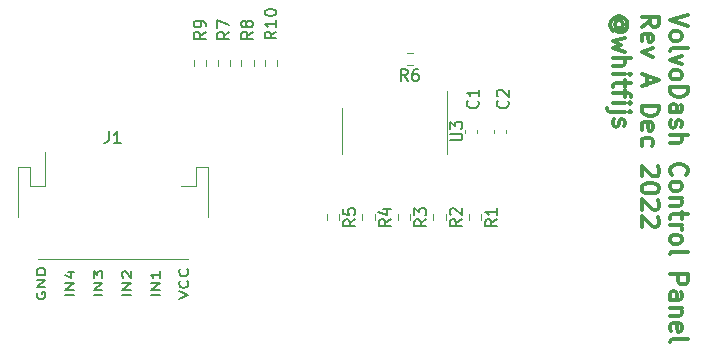
<source format=gto>
%TF.GenerationSoftware,KiCad,Pcbnew,6.0.10-86aedd382b~118~ubuntu20.04.1*%
%TF.CreationDate,2023-01-03T11:24:15-05:00*%
%TF.ProjectId,touch_panel,746f7563-685f-4706-916e-656c2e6b6963,rev?*%
%TF.SameCoordinates,Original*%
%TF.FileFunction,Legend,Top*%
%TF.FilePolarity,Positive*%
%FSLAX46Y46*%
G04 Gerber Fmt 4.6, Leading zero omitted, Abs format (unit mm)*
G04 Created by KiCad (PCBNEW 6.0.10-86aedd382b~118~ubuntu20.04.1) date 2023-01-03 11:24:15*
%MOMM*%
%LPD*%
G01*
G04 APERTURE LIST*
%ADD10C,0.300000*%
%ADD11C,0.187500*%
%ADD12C,0.150000*%
%ADD13C,0.120000*%
G04 APERTURE END LIST*
D10*
X180274428Y-77553857D02*
X178774428Y-78053857D01*
X180274428Y-78553857D01*
X178774428Y-79268142D02*
X178845857Y-79125285D01*
X178917285Y-79053857D01*
X179060142Y-78982428D01*
X179488714Y-78982428D01*
X179631571Y-79053857D01*
X179703000Y-79125285D01*
X179774428Y-79268142D01*
X179774428Y-79482428D01*
X179703000Y-79625285D01*
X179631571Y-79696714D01*
X179488714Y-79768142D01*
X179060142Y-79768142D01*
X178917285Y-79696714D01*
X178845857Y-79625285D01*
X178774428Y-79482428D01*
X178774428Y-79268142D01*
X178774428Y-80625285D02*
X178845857Y-80482428D01*
X178988714Y-80411000D01*
X180274428Y-80411000D01*
X179774428Y-81053857D02*
X178774428Y-81411000D01*
X179774428Y-81768142D01*
X178774428Y-82553857D02*
X178845857Y-82411000D01*
X178917285Y-82339571D01*
X179060142Y-82268142D01*
X179488714Y-82268142D01*
X179631571Y-82339571D01*
X179703000Y-82411000D01*
X179774428Y-82553857D01*
X179774428Y-82768142D01*
X179703000Y-82911000D01*
X179631571Y-82982428D01*
X179488714Y-83053857D01*
X179060142Y-83053857D01*
X178917285Y-82982428D01*
X178845857Y-82911000D01*
X178774428Y-82768142D01*
X178774428Y-82553857D01*
X178774428Y-83696714D02*
X180274428Y-83696714D01*
X180274428Y-84053857D01*
X180203000Y-84268142D01*
X180060142Y-84411000D01*
X179917285Y-84482428D01*
X179631571Y-84553857D01*
X179417285Y-84553857D01*
X179131571Y-84482428D01*
X178988714Y-84411000D01*
X178845857Y-84268142D01*
X178774428Y-84053857D01*
X178774428Y-83696714D01*
X178774428Y-85839571D02*
X179560142Y-85839571D01*
X179703000Y-85768142D01*
X179774428Y-85625285D01*
X179774428Y-85339571D01*
X179703000Y-85196714D01*
X178845857Y-85839571D02*
X178774428Y-85696714D01*
X178774428Y-85339571D01*
X178845857Y-85196714D01*
X178988714Y-85125285D01*
X179131571Y-85125285D01*
X179274428Y-85196714D01*
X179345857Y-85339571D01*
X179345857Y-85696714D01*
X179417285Y-85839571D01*
X178845857Y-86482428D02*
X178774428Y-86625285D01*
X178774428Y-86911000D01*
X178845857Y-87053857D01*
X178988714Y-87125285D01*
X179060142Y-87125285D01*
X179203000Y-87053857D01*
X179274428Y-86911000D01*
X179274428Y-86696714D01*
X179345857Y-86553857D01*
X179488714Y-86482428D01*
X179560142Y-86482428D01*
X179703000Y-86553857D01*
X179774428Y-86696714D01*
X179774428Y-86911000D01*
X179703000Y-87053857D01*
X178774428Y-87768142D02*
X180274428Y-87768142D01*
X178774428Y-88411000D02*
X179560142Y-88411000D01*
X179703000Y-88339571D01*
X179774428Y-88196714D01*
X179774428Y-87982428D01*
X179703000Y-87839571D01*
X179631571Y-87768142D01*
X178917285Y-91125285D02*
X178845857Y-91053857D01*
X178774428Y-90839571D01*
X178774428Y-90696714D01*
X178845857Y-90482428D01*
X178988714Y-90339571D01*
X179131571Y-90268142D01*
X179417285Y-90196714D01*
X179631571Y-90196714D01*
X179917285Y-90268142D01*
X180060142Y-90339571D01*
X180203000Y-90482428D01*
X180274428Y-90696714D01*
X180274428Y-90839571D01*
X180203000Y-91053857D01*
X180131571Y-91125285D01*
X178774428Y-91982428D02*
X178845857Y-91839571D01*
X178917285Y-91768142D01*
X179060142Y-91696714D01*
X179488714Y-91696714D01*
X179631571Y-91768142D01*
X179703000Y-91839571D01*
X179774428Y-91982428D01*
X179774428Y-92196714D01*
X179703000Y-92339571D01*
X179631571Y-92411000D01*
X179488714Y-92482428D01*
X179060142Y-92482428D01*
X178917285Y-92411000D01*
X178845857Y-92339571D01*
X178774428Y-92196714D01*
X178774428Y-91982428D01*
X179774428Y-93125285D02*
X178774428Y-93125285D01*
X179631571Y-93125285D02*
X179703000Y-93196714D01*
X179774428Y-93339571D01*
X179774428Y-93553857D01*
X179703000Y-93696714D01*
X179560142Y-93768142D01*
X178774428Y-93768142D01*
X179774428Y-94268142D02*
X179774428Y-94839571D01*
X180274428Y-94482428D02*
X178988714Y-94482428D01*
X178845857Y-94553857D01*
X178774428Y-94696714D01*
X178774428Y-94839571D01*
X178774428Y-95339571D02*
X179774428Y-95339571D01*
X179488714Y-95339571D02*
X179631571Y-95411000D01*
X179703000Y-95482428D01*
X179774428Y-95625285D01*
X179774428Y-95768142D01*
X178774428Y-96482428D02*
X178845857Y-96339571D01*
X178917285Y-96268142D01*
X179060142Y-96196714D01*
X179488714Y-96196714D01*
X179631571Y-96268142D01*
X179703000Y-96339571D01*
X179774428Y-96482428D01*
X179774428Y-96696714D01*
X179703000Y-96839571D01*
X179631571Y-96911000D01*
X179488714Y-96982428D01*
X179060142Y-96982428D01*
X178917285Y-96911000D01*
X178845857Y-96839571D01*
X178774428Y-96696714D01*
X178774428Y-96482428D01*
X178774428Y-97839571D02*
X178845857Y-97696714D01*
X178988714Y-97625285D01*
X180274428Y-97625285D01*
X178774428Y-99553857D02*
X180274428Y-99553857D01*
X180274428Y-100125285D01*
X180203000Y-100268142D01*
X180131571Y-100339571D01*
X179988714Y-100411000D01*
X179774428Y-100411000D01*
X179631571Y-100339571D01*
X179560142Y-100268142D01*
X179488714Y-100125285D01*
X179488714Y-99553857D01*
X178774428Y-101696714D02*
X179560142Y-101696714D01*
X179703000Y-101625285D01*
X179774428Y-101482428D01*
X179774428Y-101196714D01*
X179703000Y-101053857D01*
X178845857Y-101696714D02*
X178774428Y-101553857D01*
X178774428Y-101196714D01*
X178845857Y-101053857D01*
X178988714Y-100982428D01*
X179131571Y-100982428D01*
X179274428Y-101053857D01*
X179345857Y-101196714D01*
X179345857Y-101553857D01*
X179417285Y-101696714D01*
X179774428Y-102411000D02*
X178774428Y-102411000D01*
X179631571Y-102411000D02*
X179703000Y-102482428D01*
X179774428Y-102625285D01*
X179774428Y-102839571D01*
X179703000Y-102982428D01*
X179560142Y-103053857D01*
X178774428Y-103053857D01*
X178845857Y-104339571D02*
X178774428Y-104196714D01*
X178774428Y-103911000D01*
X178845857Y-103768142D01*
X178988714Y-103696714D01*
X179560142Y-103696714D01*
X179703000Y-103768142D01*
X179774428Y-103911000D01*
X179774428Y-104196714D01*
X179703000Y-104339571D01*
X179560142Y-104411000D01*
X179417285Y-104411000D01*
X179274428Y-103696714D01*
X178774428Y-105268142D02*
X178845857Y-105125285D01*
X178988714Y-105053857D01*
X180274428Y-105053857D01*
X176359428Y-78625285D02*
X177073714Y-78125285D01*
X176359428Y-77768142D02*
X177859428Y-77768142D01*
X177859428Y-78339571D01*
X177788000Y-78482428D01*
X177716571Y-78553857D01*
X177573714Y-78625285D01*
X177359428Y-78625285D01*
X177216571Y-78553857D01*
X177145142Y-78482428D01*
X177073714Y-78339571D01*
X177073714Y-77768142D01*
X176430857Y-79839571D02*
X176359428Y-79696714D01*
X176359428Y-79411000D01*
X176430857Y-79268142D01*
X176573714Y-79196714D01*
X177145142Y-79196714D01*
X177288000Y-79268142D01*
X177359428Y-79411000D01*
X177359428Y-79696714D01*
X177288000Y-79839571D01*
X177145142Y-79911000D01*
X177002285Y-79911000D01*
X176859428Y-79196714D01*
X177359428Y-80411000D02*
X176359428Y-80768142D01*
X177359428Y-81125285D01*
X176788000Y-82768142D02*
X176788000Y-83482428D01*
X176359428Y-82625285D02*
X177859428Y-83125285D01*
X176359428Y-83625285D01*
X176359428Y-85268142D02*
X177859428Y-85268142D01*
X177859428Y-85625285D01*
X177788000Y-85839571D01*
X177645142Y-85982428D01*
X177502285Y-86053857D01*
X177216571Y-86125285D01*
X177002285Y-86125285D01*
X176716571Y-86053857D01*
X176573714Y-85982428D01*
X176430857Y-85839571D01*
X176359428Y-85625285D01*
X176359428Y-85268142D01*
X176430857Y-87339571D02*
X176359428Y-87196714D01*
X176359428Y-86911000D01*
X176430857Y-86768142D01*
X176573714Y-86696714D01*
X177145142Y-86696714D01*
X177288000Y-86768142D01*
X177359428Y-86911000D01*
X177359428Y-87196714D01*
X177288000Y-87339571D01*
X177145142Y-87411000D01*
X177002285Y-87411000D01*
X176859428Y-86696714D01*
X176430857Y-88696714D02*
X176359428Y-88553857D01*
X176359428Y-88268142D01*
X176430857Y-88125285D01*
X176502285Y-88053857D01*
X176645142Y-87982428D01*
X177073714Y-87982428D01*
X177216571Y-88053857D01*
X177288000Y-88125285D01*
X177359428Y-88268142D01*
X177359428Y-88553857D01*
X177288000Y-88696714D01*
X177716571Y-90411000D02*
X177788000Y-90482428D01*
X177859428Y-90625285D01*
X177859428Y-90982428D01*
X177788000Y-91125285D01*
X177716571Y-91196714D01*
X177573714Y-91268142D01*
X177430857Y-91268142D01*
X177216571Y-91196714D01*
X176359428Y-90339571D01*
X176359428Y-91268142D01*
X177859428Y-92196714D02*
X177859428Y-92339571D01*
X177788000Y-92482428D01*
X177716571Y-92553857D01*
X177573714Y-92625285D01*
X177288000Y-92696714D01*
X176930857Y-92696714D01*
X176645142Y-92625285D01*
X176502285Y-92553857D01*
X176430857Y-92482428D01*
X176359428Y-92339571D01*
X176359428Y-92196714D01*
X176430857Y-92053857D01*
X176502285Y-91982428D01*
X176645142Y-91911000D01*
X176930857Y-91839571D01*
X177288000Y-91839571D01*
X177573714Y-91911000D01*
X177716571Y-91982428D01*
X177788000Y-92053857D01*
X177859428Y-92196714D01*
X177716571Y-93268142D02*
X177788000Y-93339571D01*
X177859428Y-93482428D01*
X177859428Y-93839571D01*
X177788000Y-93982428D01*
X177716571Y-94053857D01*
X177573714Y-94125285D01*
X177430857Y-94125285D01*
X177216571Y-94053857D01*
X176359428Y-93196714D01*
X176359428Y-94125285D01*
X177716571Y-94696714D02*
X177788000Y-94768142D01*
X177859428Y-94911000D01*
X177859428Y-95268142D01*
X177788000Y-95411000D01*
X177716571Y-95482428D01*
X177573714Y-95553857D01*
X177430857Y-95553857D01*
X177216571Y-95482428D01*
X176359428Y-94625285D01*
X176359428Y-95553857D01*
X174658714Y-78696714D02*
X174730142Y-78625285D01*
X174801571Y-78482428D01*
X174801571Y-78339571D01*
X174730142Y-78196714D01*
X174658714Y-78125285D01*
X174515857Y-78053857D01*
X174373000Y-78053857D01*
X174230142Y-78125285D01*
X174158714Y-78196714D01*
X174087285Y-78339571D01*
X174087285Y-78482428D01*
X174158714Y-78625285D01*
X174230142Y-78696714D01*
X174801571Y-78696714D02*
X174230142Y-78696714D01*
X174158714Y-78768142D01*
X174158714Y-78839571D01*
X174230142Y-78982428D01*
X174373000Y-79053857D01*
X174730142Y-79053857D01*
X174944428Y-78911000D01*
X175087285Y-78696714D01*
X175158714Y-78411000D01*
X175087285Y-78125285D01*
X174944428Y-77911000D01*
X174730142Y-77768142D01*
X174444428Y-77696714D01*
X174158714Y-77768142D01*
X173944428Y-77911000D01*
X173801571Y-78125285D01*
X173730142Y-78411000D01*
X173801571Y-78696714D01*
X173944428Y-78911000D01*
X174944428Y-79553857D02*
X173944428Y-79839571D01*
X174658714Y-80125285D01*
X173944428Y-80411000D01*
X174944428Y-80696714D01*
X173944428Y-81268142D02*
X175444428Y-81268142D01*
X173944428Y-81911000D02*
X174730142Y-81911000D01*
X174873000Y-81839571D01*
X174944428Y-81696714D01*
X174944428Y-81482428D01*
X174873000Y-81339571D01*
X174801571Y-81268142D01*
X173944428Y-82625285D02*
X174944428Y-82625285D01*
X175444428Y-82625285D02*
X175373000Y-82553857D01*
X175301571Y-82625285D01*
X175373000Y-82696714D01*
X175444428Y-82625285D01*
X175301571Y-82625285D01*
X174944428Y-83125285D02*
X174944428Y-83696714D01*
X175444428Y-83339571D02*
X174158714Y-83339571D01*
X174015857Y-83411000D01*
X173944428Y-83553857D01*
X173944428Y-83696714D01*
X174944428Y-83982428D02*
X174944428Y-84553857D01*
X173944428Y-84196714D02*
X175230142Y-84196714D01*
X175373000Y-84268142D01*
X175444428Y-84411000D01*
X175444428Y-84553857D01*
X173944428Y-85053857D02*
X174944428Y-85053857D01*
X175444428Y-85053857D02*
X175373000Y-84982428D01*
X175301571Y-85053857D01*
X175373000Y-85125285D01*
X175444428Y-85053857D01*
X175301571Y-85053857D01*
X174944428Y-85768142D02*
X173658714Y-85768142D01*
X173515857Y-85696714D01*
X173444428Y-85553857D01*
X173444428Y-85482428D01*
X175444428Y-85768142D02*
X175373000Y-85696714D01*
X175301571Y-85768142D01*
X175373000Y-85839571D01*
X175444428Y-85768142D01*
X175301571Y-85768142D01*
X174015857Y-86411000D02*
X173944428Y-86553857D01*
X173944428Y-86839571D01*
X174015857Y-86982428D01*
X174158714Y-87053857D01*
X174230142Y-87053857D01*
X174373000Y-86982428D01*
X174444428Y-86839571D01*
X174444428Y-86625285D01*
X174515857Y-86482428D01*
X174658714Y-86411000D01*
X174730142Y-86411000D01*
X174873000Y-86482428D01*
X174944428Y-86625285D01*
X174944428Y-86839571D01*
X174873000Y-86982428D01*
D11*
X125175500Y-101091904D02*
X125139785Y-101187142D01*
X125139785Y-101330000D01*
X125175500Y-101472857D01*
X125246928Y-101568095D01*
X125318357Y-101615714D01*
X125461214Y-101663333D01*
X125568357Y-101663333D01*
X125711214Y-101615714D01*
X125782642Y-101568095D01*
X125854071Y-101472857D01*
X125889785Y-101330000D01*
X125889785Y-101234761D01*
X125854071Y-101091904D01*
X125818357Y-101044285D01*
X125568357Y-101044285D01*
X125568357Y-101234761D01*
X125889785Y-100615714D02*
X125139785Y-100615714D01*
X125889785Y-100044285D01*
X125139785Y-100044285D01*
X125889785Y-99568095D02*
X125139785Y-99568095D01*
X125139785Y-99330000D01*
X125175500Y-99187142D01*
X125246928Y-99091904D01*
X125318357Y-99044285D01*
X125461214Y-98996666D01*
X125568357Y-98996666D01*
X125711214Y-99044285D01*
X125782642Y-99091904D01*
X125854071Y-99187142D01*
X125889785Y-99330000D01*
X125889785Y-99568095D01*
X128304785Y-101330000D02*
X127554785Y-101330000D01*
X128304785Y-100853809D02*
X127554785Y-100853809D01*
X128304785Y-100282380D01*
X127554785Y-100282380D01*
X127804785Y-99377619D02*
X128304785Y-99377619D01*
X127519071Y-99615714D02*
X128054785Y-99853809D01*
X128054785Y-99234761D01*
X130719785Y-101330000D02*
X129969785Y-101330000D01*
X130719785Y-100853809D02*
X129969785Y-100853809D01*
X130719785Y-100282380D01*
X129969785Y-100282380D01*
X129969785Y-99901428D02*
X129969785Y-99282380D01*
X130255500Y-99615714D01*
X130255500Y-99472857D01*
X130291214Y-99377619D01*
X130326928Y-99330000D01*
X130398357Y-99282380D01*
X130576928Y-99282380D01*
X130648357Y-99330000D01*
X130684071Y-99377619D01*
X130719785Y-99472857D01*
X130719785Y-99758571D01*
X130684071Y-99853809D01*
X130648357Y-99901428D01*
X133134785Y-101330000D02*
X132384785Y-101330000D01*
X133134785Y-100853809D02*
X132384785Y-100853809D01*
X133134785Y-100282380D01*
X132384785Y-100282380D01*
X132456214Y-99853809D02*
X132420500Y-99806190D01*
X132384785Y-99710952D01*
X132384785Y-99472857D01*
X132420500Y-99377619D01*
X132456214Y-99330000D01*
X132527642Y-99282380D01*
X132599071Y-99282380D01*
X132706214Y-99330000D01*
X133134785Y-99901428D01*
X133134785Y-99282380D01*
X135549785Y-101330000D02*
X134799785Y-101330000D01*
X135549785Y-100853809D02*
X134799785Y-100853809D01*
X135549785Y-100282380D01*
X134799785Y-100282380D01*
X135549785Y-99282380D02*
X135549785Y-99853809D01*
X135549785Y-99568095D02*
X134799785Y-99568095D01*
X134906928Y-99663333D01*
X134978357Y-99758571D01*
X135014071Y-99853809D01*
X137214785Y-101663333D02*
X137964785Y-101330000D01*
X137214785Y-100996666D01*
X137893357Y-100091904D02*
X137929071Y-100139523D01*
X137964785Y-100282380D01*
X137964785Y-100377619D01*
X137929071Y-100520476D01*
X137857642Y-100615714D01*
X137786214Y-100663333D01*
X137643357Y-100710952D01*
X137536214Y-100710952D01*
X137393357Y-100663333D01*
X137321928Y-100615714D01*
X137250500Y-100520476D01*
X137214785Y-100377619D01*
X137214785Y-100282380D01*
X137250500Y-100139523D01*
X137286214Y-100091904D01*
X137893357Y-99091904D02*
X137929071Y-99139523D01*
X137964785Y-99282380D01*
X137964785Y-99377619D01*
X137929071Y-99520476D01*
X137857642Y-99615714D01*
X137786214Y-99663333D01*
X137643357Y-99710952D01*
X137536214Y-99710952D01*
X137393357Y-99663333D01*
X137321928Y-99615714D01*
X137250500Y-99520476D01*
X137214785Y-99377619D01*
X137214785Y-99282380D01*
X137250500Y-99139523D01*
X137286214Y-99091904D01*
D12*
%TO.C,R5*%
X152126380Y-94901166D02*
X151650190Y-95234500D01*
X152126380Y-95472595D02*
X151126380Y-95472595D01*
X151126380Y-95091642D01*
X151174000Y-94996404D01*
X151221619Y-94948785D01*
X151316857Y-94901166D01*
X151459714Y-94901166D01*
X151554952Y-94948785D01*
X151602571Y-94996404D01*
X151650190Y-95091642D01*
X151650190Y-95472595D01*
X151126380Y-93996404D02*
X151126380Y-94472595D01*
X151602571Y-94520214D01*
X151554952Y-94472595D01*
X151507333Y-94377357D01*
X151507333Y-94139261D01*
X151554952Y-94044023D01*
X151602571Y-93996404D01*
X151697809Y-93948785D01*
X151935904Y-93948785D01*
X152031142Y-93996404D01*
X152078761Y-94044023D01*
X152126380Y-94139261D01*
X152126380Y-94377357D01*
X152078761Y-94472595D01*
X152031142Y-94520214D01*
%TO.C,U3*%
X160180380Y-88202904D02*
X160989904Y-88202904D01*
X161085142Y-88155285D01*
X161132761Y-88107666D01*
X161180380Y-88012428D01*
X161180380Y-87821952D01*
X161132761Y-87726714D01*
X161085142Y-87679095D01*
X160989904Y-87631476D01*
X160180380Y-87631476D01*
X160180380Y-87250523D02*
X160180380Y-86631476D01*
X160561333Y-86964809D01*
X160561333Y-86821952D01*
X160608952Y-86726714D01*
X160656571Y-86679095D01*
X160751809Y-86631476D01*
X160989904Y-86631476D01*
X161085142Y-86679095D01*
X161132761Y-86726714D01*
X161180380Y-86821952D01*
X161180380Y-87107666D01*
X161132761Y-87202904D01*
X161085142Y-87250523D01*
%TO.C,R10*%
X145452380Y-78997357D02*
X144976190Y-79330690D01*
X145452380Y-79568785D02*
X144452380Y-79568785D01*
X144452380Y-79187833D01*
X144500000Y-79092595D01*
X144547619Y-79044976D01*
X144642857Y-78997357D01*
X144785714Y-78997357D01*
X144880952Y-79044976D01*
X144928571Y-79092595D01*
X144976190Y-79187833D01*
X144976190Y-79568785D01*
X145452380Y-78044976D02*
X145452380Y-78616404D01*
X145452380Y-78330690D02*
X144452380Y-78330690D01*
X144595238Y-78425928D01*
X144690476Y-78521166D01*
X144738095Y-78616404D01*
X144452380Y-77425928D02*
X144452380Y-77330690D01*
X144500000Y-77235452D01*
X144547619Y-77187833D01*
X144642857Y-77140214D01*
X144833333Y-77092595D01*
X145071428Y-77092595D01*
X145261904Y-77140214D01*
X145357142Y-77187833D01*
X145404761Y-77235452D01*
X145452380Y-77330690D01*
X145452380Y-77425928D01*
X145404761Y-77521166D01*
X145357142Y-77568785D01*
X145261904Y-77616404D01*
X145071428Y-77664023D01*
X144833333Y-77664023D01*
X144642857Y-77616404D01*
X144547619Y-77568785D01*
X144500000Y-77521166D01*
X144452380Y-77425928D01*
%TO.C,R1*%
X164126380Y-94901166D02*
X163650190Y-95234500D01*
X164126380Y-95472595D02*
X163126380Y-95472595D01*
X163126380Y-95091642D01*
X163174000Y-94996404D01*
X163221619Y-94948785D01*
X163316857Y-94901166D01*
X163459714Y-94901166D01*
X163554952Y-94948785D01*
X163602571Y-94996404D01*
X163650190Y-95091642D01*
X163650190Y-95472595D01*
X164126380Y-93948785D02*
X164126380Y-94520214D01*
X164126380Y-94234500D02*
X163126380Y-94234500D01*
X163269238Y-94329738D01*
X163364476Y-94424976D01*
X163412095Y-94520214D01*
%TO.C,R6*%
X156551333Y-83178880D02*
X156218000Y-82702690D01*
X155979904Y-83178880D02*
X155979904Y-82178880D01*
X156360857Y-82178880D01*
X156456095Y-82226500D01*
X156503714Y-82274119D01*
X156551333Y-82369357D01*
X156551333Y-82512214D01*
X156503714Y-82607452D01*
X156456095Y-82655071D01*
X156360857Y-82702690D01*
X155979904Y-82702690D01*
X157408476Y-82178880D02*
X157218000Y-82178880D01*
X157122761Y-82226500D01*
X157075142Y-82274119D01*
X156979904Y-82416976D01*
X156932285Y-82607452D01*
X156932285Y-82988404D01*
X156979904Y-83083642D01*
X157027523Y-83131261D01*
X157122761Y-83178880D01*
X157313238Y-83178880D01*
X157408476Y-83131261D01*
X157456095Y-83083642D01*
X157503714Y-82988404D01*
X157503714Y-82750309D01*
X157456095Y-82655071D01*
X157408476Y-82607452D01*
X157313238Y-82559833D01*
X157122761Y-82559833D01*
X157027523Y-82607452D01*
X156979904Y-82655071D01*
X156932285Y-82750309D01*
%TO.C,R9*%
X139452380Y-79029166D02*
X138976190Y-79362500D01*
X139452380Y-79600595D02*
X138452380Y-79600595D01*
X138452380Y-79219642D01*
X138500000Y-79124404D01*
X138547619Y-79076785D01*
X138642857Y-79029166D01*
X138785714Y-79029166D01*
X138880952Y-79076785D01*
X138928571Y-79124404D01*
X138976190Y-79219642D01*
X138976190Y-79600595D01*
X139452380Y-78552976D02*
X139452380Y-78362500D01*
X139404761Y-78267261D01*
X139357142Y-78219642D01*
X139214285Y-78124404D01*
X139023809Y-78076785D01*
X138642857Y-78076785D01*
X138547619Y-78124404D01*
X138500000Y-78172023D01*
X138452380Y-78267261D01*
X138452380Y-78457738D01*
X138500000Y-78552976D01*
X138547619Y-78600595D01*
X138642857Y-78648214D01*
X138880952Y-78648214D01*
X138976190Y-78600595D01*
X139023809Y-78552976D01*
X139071428Y-78457738D01*
X139071428Y-78267261D01*
X139023809Y-78172023D01*
X138976190Y-78124404D01*
X138880952Y-78076785D01*
%TO.C,R4*%
X155126380Y-94901166D02*
X154650190Y-95234500D01*
X155126380Y-95472595D02*
X154126380Y-95472595D01*
X154126380Y-95091642D01*
X154174000Y-94996404D01*
X154221619Y-94948785D01*
X154316857Y-94901166D01*
X154459714Y-94901166D01*
X154554952Y-94948785D01*
X154602571Y-94996404D01*
X154650190Y-95091642D01*
X154650190Y-95472595D01*
X154459714Y-94044023D02*
X155126380Y-94044023D01*
X154078761Y-94282119D02*
X154793047Y-94520214D01*
X154793047Y-93901166D01*
%TO.C,R3*%
X158126380Y-94901166D02*
X157650190Y-95234500D01*
X158126380Y-95472595D02*
X157126380Y-95472595D01*
X157126380Y-95091642D01*
X157174000Y-94996404D01*
X157221619Y-94948785D01*
X157316857Y-94901166D01*
X157459714Y-94901166D01*
X157554952Y-94948785D01*
X157602571Y-94996404D01*
X157650190Y-95091642D01*
X157650190Y-95472595D01*
X157126380Y-94567833D02*
X157126380Y-93948785D01*
X157507333Y-94282119D01*
X157507333Y-94139261D01*
X157554952Y-94044023D01*
X157602571Y-93996404D01*
X157697809Y-93948785D01*
X157935904Y-93948785D01*
X158031142Y-93996404D01*
X158078761Y-94044023D01*
X158126380Y-94139261D01*
X158126380Y-94424976D01*
X158078761Y-94520214D01*
X158031142Y-94567833D01*
%TO.C,C2*%
X165019142Y-84871166D02*
X165066761Y-84918785D01*
X165114380Y-85061642D01*
X165114380Y-85156880D01*
X165066761Y-85299738D01*
X164971523Y-85394976D01*
X164876285Y-85442595D01*
X164685809Y-85490214D01*
X164542952Y-85490214D01*
X164352476Y-85442595D01*
X164257238Y-85394976D01*
X164162000Y-85299738D01*
X164114380Y-85156880D01*
X164114380Y-85061642D01*
X164162000Y-84918785D01*
X164209619Y-84871166D01*
X164209619Y-84490214D02*
X164162000Y-84442595D01*
X164114380Y-84347357D01*
X164114380Y-84109261D01*
X164162000Y-84014023D01*
X164209619Y-83966404D01*
X164304857Y-83918785D01*
X164400095Y-83918785D01*
X164542952Y-83966404D01*
X165114380Y-84537833D01*
X165114380Y-83918785D01*
%TO.C,R8*%
X143452380Y-79029166D02*
X142976190Y-79362500D01*
X143452380Y-79600595D02*
X142452380Y-79600595D01*
X142452380Y-79219642D01*
X142500000Y-79124404D01*
X142547619Y-79076785D01*
X142642857Y-79029166D01*
X142785714Y-79029166D01*
X142880952Y-79076785D01*
X142928571Y-79124404D01*
X142976190Y-79219642D01*
X142976190Y-79600595D01*
X142880952Y-78457738D02*
X142833333Y-78552976D01*
X142785714Y-78600595D01*
X142690476Y-78648214D01*
X142642857Y-78648214D01*
X142547619Y-78600595D01*
X142500000Y-78552976D01*
X142452380Y-78457738D01*
X142452380Y-78267261D01*
X142500000Y-78172023D01*
X142547619Y-78124404D01*
X142642857Y-78076785D01*
X142690476Y-78076785D01*
X142785714Y-78124404D01*
X142833333Y-78172023D01*
X142880952Y-78267261D01*
X142880952Y-78457738D01*
X142928571Y-78552976D01*
X142976190Y-78600595D01*
X143071428Y-78648214D01*
X143261904Y-78648214D01*
X143357142Y-78600595D01*
X143404761Y-78552976D01*
X143452380Y-78457738D01*
X143452380Y-78267261D01*
X143404761Y-78172023D01*
X143357142Y-78124404D01*
X143261904Y-78076785D01*
X143071428Y-78076785D01*
X142976190Y-78124404D01*
X142928571Y-78172023D01*
X142880952Y-78267261D01*
%TO.C,R2*%
X161126380Y-94901166D02*
X160650190Y-95234500D01*
X161126380Y-95472595D02*
X160126380Y-95472595D01*
X160126380Y-95091642D01*
X160174000Y-94996404D01*
X160221619Y-94948785D01*
X160316857Y-94901166D01*
X160459714Y-94901166D01*
X160554952Y-94948785D01*
X160602571Y-94996404D01*
X160650190Y-95091642D01*
X160650190Y-95472595D01*
X160221619Y-94520214D02*
X160174000Y-94472595D01*
X160126380Y-94377357D01*
X160126380Y-94139261D01*
X160174000Y-94044023D01*
X160221619Y-93996404D01*
X160316857Y-93948785D01*
X160412095Y-93948785D01*
X160554952Y-93996404D01*
X161126380Y-94567833D01*
X161126380Y-93948785D01*
%TO.C,R7*%
X141452380Y-79029166D02*
X140976190Y-79362500D01*
X141452380Y-79600595D02*
X140452380Y-79600595D01*
X140452380Y-79219642D01*
X140500000Y-79124404D01*
X140547619Y-79076785D01*
X140642857Y-79029166D01*
X140785714Y-79029166D01*
X140880952Y-79076785D01*
X140928571Y-79124404D01*
X140976190Y-79219642D01*
X140976190Y-79600595D01*
X140452380Y-78695833D02*
X140452380Y-78029166D01*
X141452380Y-78457738D01*
%TO.C,C1*%
X162479142Y-84871166D02*
X162526761Y-84918785D01*
X162574380Y-85061642D01*
X162574380Y-85156880D01*
X162526761Y-85299738D01*
X162431523Y-85394976D01*
X162336285Y-85442595D01*
X162145809Y-85490214D01*
X162002952Y-85490214D01*
X161812476Y-85442595D01*
X161717238Y-85394976D01*
X161622000Y-85299738D01*
X161574380Y-85156880D01*
X161574380Y-85061642D01*
X161622000Y-84918785D01*
X161669619Y-84871166D01*
X162574380Y-83918785D02*
X162574380Y-84490214D01*
X162574380Y-84204500D02*
X161574380Y-84204500D01*
X161717238Y-84299738D01*
X161812476Y-84394976D01*
X161860095Y-84490214D01*
%TO.C,J1*%
X131254666Y-87434380D02*
X131254666Y-88148666D01*
X131207047Y-88291523D01*
X131111809Y-88386761D01*
X130968952Y-88434380D01*
X130873714Y-88434380D01*
X132254666Y-88434380D02*
X131683238Y-88434380D01*
X131968952Y-88434380D02*
X131968952Y-87434380D01*
X131873714Y-87577238D01*
X131778476Y-87672476D01*
X131683238Y-87720095D01*
D13*
%TO.C,R5*%
X150766500Y-94479776D02*
X150766500Y-94989224D01*
X149721500Y-94479776D02*
X149721500Y-94989224D01*
%TO.C,U3*%
X159883000Y-87441000D02*
X159883000Y-83991000D01*
X151013000Y-87441000D02*
X151013000Y-85491000D01*
X159883000Y-87441000D02*
X159883000Y-89391000D01*
X151013000Y-87441000D02*
X151013000Y-89391000D01*
%TO.C,R10*%
X145522500Y-81911224D02*
X145522500Y-81401776D01*
X144477500Y-81911224D02*
X144477500Y-81401776D01*
%TO.C,R1*%
X161721500Y-94479776D02*
X161721500Y-94989224D01*
X162766500Y-94479776D02*
X162766500Y-94989224D01*
%TO.C,R6*%
X156972724Y-81819000D02*
X156463276Y-81819000D01*
X156972724Y-80774000D02*
X156463276Y-80774000D01*
%TO.C,R9*%
X139522500Y-81911224D02*
X139522500Y-81401776D01*
X138477500Y-81911224D02*
X138477500Y-81401776D01*
%TO.C,R4*%
X152721500Y-94479776D02*
X152721500Y-94989224D01*
X153766500Y-94479776D02*
X153766500Y-94989224D01*
%TO.C,R3*%
X155721500Y-94479776D02*
X155721500Y-94989224D01*
X156766500Y-94479776D02*
X156766500Y-94989224D01*
%TO.C,C2*%
X163898000Y-87294733D02*
X163898000Y-87587267D01*
X164918000Y-87294733D02*
X164918000Y-87587267D01*
%TO.C,R8*%
X143522500Y-81911224D02*
X143522500Y-81401776D01*
X142477500Y-81911224D02*
X142477500Y-81401776D01*
%TO.C,R2*%
X158721500Y-94479776D02*
X158721500Y-94989224D01*
X159766500Y-94479776D02*
X159766500Y-94989224D01*
%TO.C,R7*%
X141522500Y-81911224D02*
X141522500Y-81401776D01*
X140477500Y-81911224D02*
X140477500Y-81401776D01*
%TO.C,C1*%
X161428000Y-87294733D02*
X161428000Y-87587267D01*
X162448000Y-87294733D02*
X162448000Y-87587267D01*
%TO.C,J1*%
X123528000Y-90472000D02*
X124548000Y-90472000D01*
X138628000Y-92072000D02*
X137348000Y-92072000D01*
X124548000Y-92072000D02*
X125828000Y-92072000D01*
X138628000Y-90472000D02*
X138628000Y-92072000D01*
X139648000Y-94722000D02*
X139648000Y-90472000D01*
X123528000Y-94722000D02*
X123528000Y-90472000D01*
X125828000Y-92072000D02*
X125828000Y-89182000D01*
X139648000Y-90472000D02*
X138628000Y-90472000D01*
X124548000Y-90472000D02*
X124548000Y-92072000D01*
X125248000Y-98292000D02*
X137928000Y-98292000D01*
%TD*%
M02*

</source>
